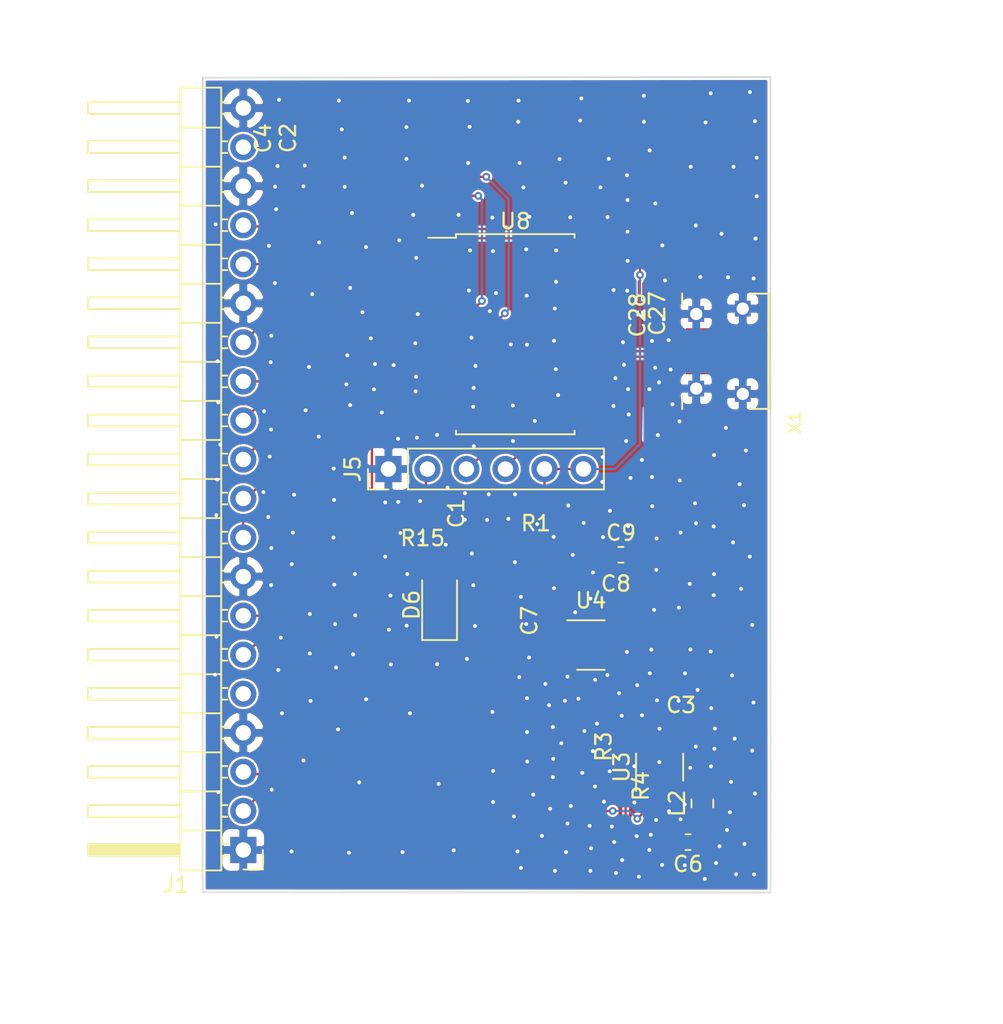
<source format=kicad_pcb>
(kicad_pcb (version 20171130) (host pcbnew 5.1.6+dfsg1-1)
  (layers (0 F.Cu signal) (31 B.Cu signal) (34 B.Paste user) (35 F.Paste user) (36 B.SilkS user) (37 F.SilkS user) (38 B.Mask user) (39 F.Mask user) (44 Edge.Cuts user))
  (net 0 "")
  (net 1 GND)
  (net 2 swd_rst)
  (net 3 +3V3)
  (net 4 +5V)
  (net 5 "Net-(C6-Pad1)")
  (net 6 "Net-(D6-Pad2)")
  (net 7 uart_rx)
  (net 8 uart_tx)
  (net 9 fpga_cdone)
  (net 10 fpga_reset)
  (net 11 spi_ss)
  (net 12 spi_miso)
  (net 13 spi_mosi)
  (net 14 uart_fpga_tx_2)
  (net 15 uart_fpga_rx_2)
  (net 16 "Net-(J1-Pad5)")
  (net 17 nrf_rx)
  (net 18 nrf_tx)
  (net 19 swd_clk)
  (net 20 swd_io)
  (net 21 "Net-(L2-Pad2)")
  (net 22 "Net-(R3-Pad1)")
  (net 23 led_mcu)
  (net 24 "Net-(U4-Pad4)")
  (net 25 "Net-(U8-Pad15)")
  (net 26 "Net-(U8-Pad14)")
  (net 27 "Net-(X1-PadID)")
  (net 28 spi_sck)
  (module kifootp:FCI_10103594_MILL (layer F.Cu) (at 107.88 43.76 90)
    (fp_text reference X1 (at -3.794 1.2419 270) (layer F.SilkS) (effects (font (size 0.77216 0.77216) (thickness 0.138988)) (justify right top)))
    (fp_text value USBFCI_10103594_MILL)
    (pad BASE@2 smd rect (at 0.9625 -1.45 180) (size 2.499993 1.42494) (layers F.Cu F.Paste F.Mask) (net 1 GND))
    (pad BASE@1 smd rect (at -0.9625 -1.45 180) (size 2.499993 1.42494) (layers F.Cu F.Paste F.Mask) (net 1 GND))
    (pad D+ smd rect (at 0 -4.525 90) (size 0.4 1.75) (layers F.Cu F.Paste F.Mask) (net 25 "Net-(U8-Pad15)"))
    (pad ID smd rect (at 0.650012 -4.525 90) (size 0.4 1.75) (layers F.Cu F.Paste F.Mask) (net 27 "Net-(X1-PadID)"))
    (pad D- smd rect (at -0.650012 -4.525 90) (size 0.4 1.75) (layers F.Cu F.Paste F.Mask) (net 26 "Net-(U8-Pad14)"))
    (pad GND smd rect (at 1.3 -4.525 90) (size 0.4 1.75) (layers F.Cu F.Paste F.Mask) (net 1 GND))
    (pad VBUS smd rect (at -1.3 -4.525 90) (size 0.4 1.75) (layers F.Cu F.Paste F.Mask) (net 4 +5V))
    (pad SPRT@1 thru_hole rect (at -2.77495 -1.700021 90) (size 1.016 1.016) (drill 0.8001) (layers *.Cu *.Mask) (net 1 GND))
    (pad SPRT@2 thru_hole rect (at 2.77495 -1.700021 90) (size 1.016 1.016) (drill 0.8001) (layers *.Cu *.Mask) (net 1 GND))
    (pad SPRT@3 thru_hole rect (at -2.4257 -4.729987 90) (size 1.016 1.016) (drill 0.8001) (layers *.Cu *.Mask) (net 1 GND))
    (pad SPRT@4 thru_hole rect (at 2.4257 -4.729987 90) (size 1.016 1.016) (drill 0.8001) (layers *.Cu *.Mask) (net 1 GND))
  )
  (module Package_SO:SOIC-20W_7.5x12.8mm_P1.27mm (layer F.Cu) (at 91.37 42.65)
    (fp_text reference U8 (at 0 -7.35) (layer F.SilkS))
    (fp_text value ATSAMD11D14A-SS)
    (pad 20 smd roundrect (at 4.65 -5.715) (size 2.05 0.6) (layers F.Cu F.Paste F.Mask) (net 13 spi_mosi))
    (pad 19 smd roundrect (at 4.65 -4.445) (size 2.05 0.6) (layers F.Cu F.Paste F.Mask) (net 10 fpga_reset))
    (pad 18 smd roundrect (at 4.65 -3.175) (size 2.05 0.6) (layers F.Cu F.Paste F.Mask) (net 9 fpga_cdone))
    (pad 17 smd roundrect (at 4.65 -1.905) (size 2.05 0.6) (layers F.Cu F.Paste F.Mask) (net 3 +3V3))
    (pad 16 smd roundrect (at 4.65 -0.635) (size 2.05 0.6) (layers F.Cu F.Paste F.Mask) (net 1 GND))
    (pad 15 smd roundrect (at 4.65 0.635) (size 2.05 0.6) (layers F.Cu F.Paste F.Mask) (net 25 "Net-(U8-Pad15)"))
    (pad 14 smd roundrect (at 4.65 1.905) (size 2.05 0.6) (layers F.Cu F.Paste F.Mask) (net 26 "Net-(U8-Pad14)"))
    (pad 13 smd roundrect (at 4.65 3.175) (size 2.05 0.6) (layers F.Cu F.Paste F.Mask) (net 20 swd_io))
    (pad 12 smd roundrect (at 4.65 4.445) (size 2.05 0.6) (layers F.Cu F.Paste F.Mask) (net 19 swd_clk))
    (pad 11 smd roundrect (at 4.65 5.715) (size 2.05 0.6) (layers F.Cu F.Paste F.Mask) (net 2 swd_rst))
    (pad 10 smd roundrect (at -4.65 5.715) (size 2.05 0.6) (layers F.Cu F.Paste F.Mask) (net 18 nrf_tx))
    (pad 9 smd roundrect (at -4.65 4.445) (size 2.05 0.6) (layers F.Cu F.Paste F.Mask) (net 17 nrf_rx))
    (pad 8 smd roundrect (at -4.65 3.175) (size 2.05 0.6) (layers F.Cu F.Paste F.Mask) (net 15 uart_fpga_rx_2))
    (pad 7 smd roundrect (at -4.65 1.905) (size 2.05 0.6) (layers F.Cu F.Paste F.Mask) (net 14 uart_fpga_tx_2))
    (pad 6 smd roundrect (at -4.65 0.635) (size 2.05 0.6) (layers F.Cu F.Paste F.Mask) (net 23 led_mcu))
    (pad 5 smd roundrect (at -4.65 -0.635) (size 2.05 0.6) (layers F.Cu F.Paste F.Mask) (net 7 uart_rx))
    (pad 4 smd roundrect (at -4.65 -1.905) (size 2.05 0.6) (layers F.Cu F.Paste F.Mask) (net 8 uart_tx))
    (pad 3 smd roundrect (at -4.65 -3.175) (size 2.05 0.6) (layers F.Cu F.Paste F.Mask) (net 11 spi_ss))
    (pad 2 smd roundrect (at -4.65 -4.445) (size 2.05 0.6) (layers F.Cu F.Paste F.Mask) (net 12 spi_miso))
    (pad 1 smd roundrect (at -4.65 -5.715) (size 2.05 0.6) (layers F.Cu F.Paste F.Mask) (net 28 spi_sck))
  )
  (module Package_TO_SOT_SMD:SOT-23-5 (layer F.Cu) (at 96.29 62.87)
    (fp_text reference U4 (at 0 -2.9) (layer F.SilkS))
    (fp_text value MAX40200AUK)
    (pad 5 smd rect (at 1.1 -0.95) (size 1.06 0.65) (layers F.Cu F.Paste F.Mask) (net 3 +3V3))
    (pad 4 smd rect (at 1.1 0.95) (size 1.06 0.65) (layers F.Cu F.Paste F.Mask) (net 24 "Net-(U4-Pad4)"))
    (pad 3 smd rect (at -1.1 0.95) (size 1.06 0.65) (layers F.Cu F.Paste F.Mask) (net 5 "Net-(C6-Pad1)"))
    (pad 2 smd rect (at -1.1 0) (size 1.06 0.65) (layers F.Cu F.Paste F.Mask) (net 1 GND))
    (pad 1 smd rect (at -1.1 -0.95) (size 1.06 0.65) (layers F.Cu F.Paste F.Mask) (net 5 "Net-(C6-Pad1)"))
  )
  (module Package_TO_SOT_SMD:TSOT-23-5 (layer F.Cu) (at 100.74 70.81 90)
    (fp_text reference U3 (at 0 -2.45 90) (layer F.SilkS))
    (fp_text value LTC3406ES5)
    (pad 5 smd rect (at 1.31 -0.95 90) (size 1.22 0.65) (layers F.Cu F.Paste F.Mask) (net 22 "Net-(R3-Pad1)"))
    (pad 4 smd rect (at 1.31 0.95 90) (size 1.22 0.65) (layers F.Cu F.Paste F.Mask) (net 4 +5V))
    (pad 3 smd rect (at -1.31 0.95 90) (size 1.22 0.65) (layers F.Cu F.Paste F.Mask) (net 21 "Net-(L2-Pad2)"))
    (pad 2 smd rect (at -1.31 0 90) (size 1.22 0.65) (layers F.Cu F.Paste F.Mask) (net 1 GND))
    (pad 1 smd rect (at -1.31 -0.95 90) (size 1.22 0.65) (layers F.Cu F.Paste F.Mask) (net 4 +5V))
  )
  (module Resistor_SMD:R_0402_1005Metric (layer F.Cu) (at 85.34 57.09)
    (fp_text reference R15 (at 0 -1.17) (layer F.SilkS))
    (fp_text value 10kOhm)
    (pad 2 smd roundrect (at 0.485 0) (size 0.59 0.64) (layers F.Cu F.Paste F.Mask) (net 6 "Net-(D6-Pad2)"))
    (pad 1 smd roundrect (at -0.485 0) (size 0.59 0.64) (layers F.Cu F.Paste F.Mask) (net 23 led_mcu))
  )
  (module Resistor_SMD:R_0402_1005Metric (layer F.Cu) (at 98.38 72.04 270)
    (fp_text reference R4 (at 0 -1.17 90) (layer F.SilkS))
    (fp_text value 450kOhm)
    (pad 2 smd roundrect (at 0.485 0 270) (size 0.59 0.64) (layers F.Cu F.Paste F.Mask) (net 5 "Net-(C6-Pad1)"))
    (pad 1 smd roundrect (at -0.485 0 270) (size 0.59 0.64) (layers F.Cu F.Paste F.Mask) (net 22 "Net-(R3-Pad1)"))
  )
  (module Resistor_SMD:R_0402_1005Metric (layer F.Cu) (at 98.29 69.48 90)
    (fp_text reference R3 (at 0 -1.17 90) (layer F.SilkS))
    (fp_text value 100kOhm)
    (pad 2 smd roundrect (at 0.485 0 90) (size 0.59 0.64) (layers F.Cu F.Paste F.Mask) (net 1 GND))
    (pad 1 smd roundrect (at -0.485 0 90) (size 0.59 0.64) (layers F.Cu F.Paste F.Mask) (net 22 "Net-(R3-Pad1)"))
  )
  (module Resistor_SMD:R_0402_1005Metric (layer F.Cu) (at 92.71 53.78 180)
    (fp_text reference R1 (at 0 -1.17) (layer F.SilkS))
    (fp_text value 10kOhm)
    (pad 2 smd roundrect (at 0.485 0 180) (size 0.59 0.64) (layers F.Cu F.Paste F.Mask) (net 2 swd_rst))
    (pad 1 smd roundrect (at -0.485 0 180) (size 0.59 0.64) (layers F.Cu F.Paste F.Mask) (net 3 +3V3))
  )
  (module Inductor_SMD:L_0805_2012Metric (layer F.Cu) (at 103.55 73.17 90)
    (fp_text reference L2 (at 0 -1.65 90) (layer F.SilkS))
    (fp_text value 2.2uH)
    (pad 2 smd roundrect (at 0.9375 0 90) (size 0.975 1.4) (layers F.Cu F.Paste F.Mask) (net 21 "Net-(L2-Pad2)"))
    (pad 1 smd roundrect (at -0.9375 0 90) (size 0.975 1.4) (layers F.Cu F.Paste F.Mask) (net 5 "Net-(C6-Pad1)"))
  )
  (module Connector_PinHeader_2.54mm:PinHeader_1x06_P2.54mm_Vertical (layer F.Cu) (at 83.11 51.42 90)
    (fp_text reference J5 (at 0 -2.33 90) (layer F.SilkS))
    (fp_text value Conn_01x06_Male)
    (pad 6 thru_hole oval (at 0 12.7 90) (size 1.7 1.7) (drill 1) (layers *.Cu *.Mask) (net 3 +3V3))
    (pad 5 thru_hole oval (at 0 10.16 90) (size 1.7 1.7) (drill 1) (layers *.Cu *.Mask) (net 3 +3V3))
    (pad 4 thru_hole oval (at 0 7.62 90) (size 1.7 1.7) (drill 1) (layers *.Cu *.Mask) (net 19 swd_clk))
    (pad 3 thru_hole oval (at 0 5.08 90) (size 1.7 1.7) (drill 1) (layers *.Cu *.Mask) (net 20 swd_io))
    (pad 2 thru_hole oval (at 0 2.54 90) (size 1.7 1.7) (drill 1) (layers *.Cu *.Mask) (net 2 swd_rst))
    (pad 1 thru_hole rect (at 0 0 90) (size 1.7 1.7) (drill 1) (layers *.Cu *.Mask) (net 1 GND))
  )
  (module Connector_PinHeader_2.54mm:PinHeader_1x20_P2.54mm_Horizontal (layer F.Cu) (at 73.66 76.2 180)
    (fp_text reference J1 (at 4.385 -2.27) (layer F.SilkS))
    (fp_text value Conn_01x20_Female)
    (pad 20 thru_hole oval (at 0 48.26 180) (size 1.7 1.7) (drill 1) (layers *.Cu *.Mask) (net 1 GND))
    (pad 19 thru_hole oval (at 0 45.72 180) (size 1.7 1.7) (drill 1) (layers *.Cu *.Mask) (net 3 +3V3))
    (pad 18 thru_hole oval (at 0 43.18 180) (size 1.7 1.7) (drill 1) (layers *.Cu *.Mask) (net 1 GND))
    (pad 17 thru_hole oval (at 0 40.64 180) (size 1.7 1.7) (drill 1) (layers *.Cu *.Mask) (net 7 uart_rx))
    (pad 16 thru_hole oval (at 0 38.1 180) (size 1.7 1.7) (drill 1) (layers *.Cu *.Mask) (net 8 uart_tx))
    (pad 15 thru_hole oval (at 0 35.56 180) (size 1.7 1.7) (drill 1) (layers *.Cu *.Mask) (net 1 GND))
    (pad 14 thru_hole oval (at 0 33.02 180) (size 1.7 1.7) (drill 1) (layers *.Cu *.Mask) (net 9 fpga_cdone))
    (pad 13 thru_hole oval (at 0 30.48 180) (size 1.7 1.7) (drill 1) (layers *.Cu *.Mask) (net 10 fpga_reset))
    (pad 12 thru_hole oval (at 0 27.94 180) (size 1.7 1.7) (drill 1) (layers *.Cu *.Mask) (net 13 spi_mosi))
    (pad 11 thru_hole oval (at 0 25.4 180) (size 1.7 1.7) (drill 1) (layers *.Cu *.Mask) (net 28 spi_sck))
    (pad 10 thru_hole oval (at 0 22.86 180) (size 1.7 1.7) (drill 1) (layers *.Cu *.Mask) (net 12 spi_miso))
    (pad 9 thru_hole oval (at 0 20.32 180) (size 1.7 1.7) (drill 1) (layers *.Cu *.Mask) (net 11 spi_ss))
    (pad 8 thru_hole oval (at 0 17.78 180) (size 1.7 1.7) (drill 1) (layers *.Cu *.Mask) (net 1 GND))
    (pad 7 thru_hole oval (at 0 15.24 180) (size 1.7 1.7) (drill 1) (layers *.Cu *.Mask) (net 14 uart_fpga_tx_2))
    (pad 6 thru_hole oval (at 0 12.7 180) (size 1.7 1.7) (drill 1) (layers *.Cu *.Mask) (net 15 uart_fpga_rx_2))
    (pad 5 thru_hole oval (at 0 10.16 180) (size 1.7 1.7) (drill 1) (layers *.Cu *.Mask) (net 16 "Net-(J1-Pad5)"))
    (pad 4 thru_hole oval (at 0 7.62 180) (size 1.7 1.7) (drill 1) (layers *.Cu *.Mask) (net 1 GND))
    (pad 3 thru_hole oval (at 0 5.08 180) (size 1.7 1.7) (drill 1) (layers *.Cu *.Mask) (net 17 nrf_rx))
    (pad 2 thru_hole oval (at 0 2.54 180) (size 1.7 1.7) (drill 1) (layers *.Cu *.Mask) (net 18 nrf_tx))
    (pad 1 thru_hole rect (at 0 0 180) (size 1.7 1.7) (drill 1) (layers *.Cu *.Mask) (net 1 GND))
  )
  (module LED_SMD:LED_1206_3216Metric (layer F.Cu) (at 86.44 60.26 90)
    (fp_text reference D6 (at 0 -1.82 90) (layer F.SilkS))
    (fp_text value LED)
    (pad 2 smd roundrect (at 1.4 0 90) (size 1.25 1.75) (layers F.Cu F.Paste F.Mask) (roundrect_rratio 0.2) (net 6 "Net-(D6-Pad2)"))
    (pad 1 smd roundrect (at -1.4 0 90) (size 1.25 1.75) (layers F.Cu F.Paste F.Mask) (roundrect_rratio 0.2) (net 1 GND))
  )
  (module Capacitor_SMD:C_0402_1005Metric (layer F.Cu) (at 98.15 41.405 270)
    (fp_text reference C28 (at 0 -1.17 90) (layer F.SilkS))
    (fp_text value 0.1uF)
    (pad 2 smd roundrect (at 0.485 0 270) (size 0.59 0.64) (layers F.Cu F.Paste F.Mask) (net 1 GND))
    (pad 1 smd roundrect (at -0.485 0 270) (size 0.59 0.64) (layers F.Cu F.Paste F.Mask) (net 3 +3V3))
  )
  (module Capacitor_SMD:C_0402_1005Metric (layer F.Cu) (at 99.44 41.3 270)
    (fp_text reference C27 (at 0 -1.17 90) (layer F.SilkS))
    (fp_text value 4.7uF)
    (pad 2 smd roundrect (at 0.485 0 270) (size 0.59 0.64) (layers F.Cu F.Paste F.Mask) (net 1 GND))
    (pad 1 smd roundrect (at -0.485 0 270) (size 0.59 0.64) (layers F.Cu F.Paste F.Mask) (net 3 +3V3))
  )
  (module Capacitor_SMD:C_0603_1608Metric (layer F.Cu) (at 98.25 57)
    (fp_text reference C9 (at 0 -1.43) (layer F.SilkS))
    (fp_text value 10uF)
    (pad 2 smd roundrect (at 0.7875 0) (size 0.875 0.95) (layers F.Cu F.Paste F.Mask) (net 1 GND))
    (pad 1 smd roundrect (at -0.7875 0) (size 0.875 0.95) (layers F.Cu F.Paste F.Mask) (net 3 +3V3))
  )
  (module Capacitor_SMD:C_0402_1005Metric (layer F.Cu) (at 97.92 60.05)
    (fp_text reference C8 (at 0 -1.17) (layer F.SilkS))
    (fp_text value 0.1uF)
    (pad 2 smd roundrect (at 0.485 0) (size 0.59 0.64) (layers F.Cu F.Paste F.Mask) (net 1 GND))
    (pad 1 smd roundrect (at -0.485 0) (size 0.59 0.64) (layers F.Cu F.Paste F.Mask) (net 3 +3V3))
  )
  (module Capacitor_SMD:C_0402_1005Metric (layer F.Cu) (at 93.46 61.29 90)
    (fp_text reference C7 (at 0 -1.17 90) (layer F.SilkS))
    (fp_text value 0.1uF)
    (pad 2 smd roundrect (at 0.485 0 90) (size 0.59 0.64) (layers F.Cu F.Paste F.Mask) (net 1 GND))
    (pad 1 smd roundrect (at -0.485 0 90) (size 0.59 0.64) (layers F.Cu F.Paste F.Mask) (net 5 "Net-(C6-Pad1)"))
  )
  (module Capacitor_SMD:C_0603_1608Metric (layer F.Cu) (at 102.616 75.692 180)
    (fp_text reference C6 (at 0 -1.43) (layer F.SilkS))
    (fp_text value 10uF)
    (pad 2 smd roundrect (at 0.7875 0 180) (size 0.875 0.95) (layers F.Cu F.Paste F.Mask) (net 1 GND))
    (pad 1 smd roundrect (at -0.7875 0 180) (size 0.875 0.95) (layers F.Cu F.Paste F.Mask) (net 5 "Net-(C6-Pad1)"))
  )
  (module Capacitor_SMD:C_0402_1005Metric (layer F.Cu) (at 76.12 29.91 90)
    (fp_text reference C4 (at 0 -1.17 90) (layer F.SilkS))
    (fp_text value 0.1uF)
    (pad 2 smd roundrect (at 0.485 0 90) (size 0.59 0.64) (layers F.Cu F.Paste F.Mask) (net 1 GND))
    (pad 1 smd roundrect (at -0.485 0 90) (size 0.59 0.64) (layers F.Cu F.Paste F.Mask) (net 3 +3V3))
  )
  (module Capacitor_SMD:C_0402_1005Metric (layer F.Cu) (at 102.16 67.95)
    (fp_text reference C3 (at 0 -1.17) (layer F.SilkS))
    (fp_text value 4.7uF)
    (pad 2 smd roundrect (at 0.485 0) (size 0.59 0.64) (layers F.Cu F.Paste F.Mask) (net 1 GND))
    (pad 1 smd roundrect (at -0.485 0) (size 0.59 0.64) (layers F.Cu F.Paste F.Mask) (net 4 +5V))
  )
  (module Capacitor_SMD:C_0402_1005Metric (layer F.Cu) (at 77.74 29.89 90)
    (fp_text reference C2 (at 0 -1.17 90) (layer F.SilkS))
    (fp_text value 4.7uF)
    (pad 2 smd roundrect (at 0.485 0 90) (size 0.59 0.64) (layers F.Cu F.Paste F.Mask) (net 1 GND))
    (pad 1 smd roundrect (at -0.485 0 90) (size 0.59 0.64) (layers F.Cu F.Paste F.Mask) (net 3 +3V3))
  )
  (module Capacitor_SMD:C_0402_1005Metric (layer F.Cu) (at 86.36 54.3 270)
    (fp_text reference C1 (at 0 -1.17 90) (layer F.SilkS))
    (fp_text value 0.1uF)
    (pad 2 smd roundrect (at 0.485 0 270) (size 0.59 0.64) (layers F.Cu F.Paste F.Mask) (net 1 GND))
    (pad 1 smd roundrect (at -0.485 0 270) (size 0.59 0.64) (layers F.Cu F.Paste F.Mask) (net 2 swd_rst))
  )
  (gr_line (start 107.99 78.97) (end 107.98 25.92) (layer Edge.Cuts) (width 0.1))
  (gr_line (start 107.98 25.92) (end 71.02 25.96) (layer Edge.Cuts) (width 0.1))
  (gr_line (start 71.02 25.96) (end 71.01 78.96) (layer Edge.Cuts) (width 0.1))
  (gr_line (start 71.01 78.96) (end 107.99 78.97) (layer Edge.Cuts) (width 0.1))
  (via (at 75.89 31.71) (size 0.5) (drill 0.25) (layers F.Cu B.Cu) (net 1))
  (via (at 77.66 31.68) (size 0.5) (drill 0.25) (layers F.Cu B.Cu) (net 1))
  (via (at 75.73 33.05) (size 0.5) (drill 0.25) (layers F.Cu B.Cu) (net 1))
  (via (at 77.58 33.03) (size 0.5) (drill 0.25) (layers F.Cu B.Cu) (net 1))
  (via (at 75.8 34.52) (size 0.5) (drill 0.25) (layers F.Cu B.Cu) (net 1))
  (via (at 71.86 35.5) (size 0.5) (drill 0.25) (layers F.Cu B.Cu) (net 1))
  (via (at 75.33 36.9) (size 0.5) (drill 0.25) (layers F.Cu B.Cu) (net 1))
  (via (at 75.71 39.33) (size 0.5) (drill 0.25) (layers F.Cu B.Cu) (net 1))
  (via (at 71.99 44.41) (size 0.5) (drill 0.25) (layers F.Cu B.Cu) (net 1))
  (via (at 72.03 47.09) (size 0.5) (drill 0.25) (layers F.Cu B.Cu) (net 1))
  (via (at 72.16 49.83) (size 0.5) (drill 0.25) (layers F.Cu B.Cu) (net 1))
  (via (at 71.96 52.11) (size 0.5) (drill 0.25) (layers F.Cu B.Cu) (net 1))
  (via (at 71.9 54.42) (size 0.5) (drill 0.25) (layers F.Cu B.Cu) (net 1))
  (via (at 71.92 62.33) (size 0.5) (drill 0.25) (layers F.Cu B.Cu) (net 1))
  (via (at 71.82 64.8) (size 0.5) (drill 0.25) (layers F.Cu B.Cu) (net 1))
  (via (at 72.04 72.44) (size 0.5) (drill 0.25) (layers F.Cu B.Cu) (net 1))
  (via (at 76.8 76.3) (size 0.5) (drill 0.25) (layers F.Cu B.Cu) (net 1))
  (via (at 80.54 76.38) (size 0.5) (drill 0.25) (layers F.Cu B.Cu) (net 1))
  (via (at 84.03 76.34) (size 0.5) (drill 0.25) (layers F.Cu B.Cu) (net 1))
  (via (at 87.36 76.22) (size 0.5) (drill 0.25) (layers F.Cu B.Cu) (net 1))
  (via (at 91.51 76.3) (size 0.5) (drill 0.25) (layers F.Cu B.Cu) (net 1))
  (via (at 94.67 76.34) (size 0.5) (drill 0.25) (layers F.Cu B.Cu) (net 1))
  (via (at 97.92 77.7) (size 0.5) (drill 0.25) (layers F.Cu B.Cu) (net 1))
  (via (at 76.18 67.31) (size 0.5) (drill 0.25) (layers F.Cu B.Cu) (net 1))
  (via (at 75.94 64.49) (size 0.5) (drill 0.25) (layers F.Cu B.Cu) (net 1))
  (via (at 76.1 62.39) (size 0.5) (drill 0.25) (layers F.Cu B.Cu) (net 1))
  (via (at 77.99 60.85) (size 0.5) (drill 0.25) (layers F.Cu B.Cu) (net 1))
  (via (at 77.99 63.42) (size 0.5) (drill 0.25) (layers F.Cu B.Cu) (net 1))
  (via (at 78.04 66.5) (size 0.5) (drill 0.25) (layers F.Cu B.Cu) (net 1))
  (via (at 79.58 58.94) (size 0.5) (drill 0.25) (layers F.Cu B.Cu) (net 1))
  (via (at 79.64 61.51) (size 0.5) (drill 0.25) (layers F.Cu B.Cu) (net 1))
  (via (at 79.7 64.33) (size 0.5) (drill 0.25) (layers F.Cu B.Cu) (net 1))
  (via (at 80.92 58.25) (size 0.5) (drill 0.25) (layers F.Cu B.Cu) (net 1))
  (via (at 80.95 60.94) (size 0.5) (drill 0.25) (layers F.Cu B.Cu) (net 1))
  (via (at 80.81 63.47) (size 0.5) (drill 0.25) (layers F.Cu B.Cu) (net 1))
  (via (at 75.29 54.54) (size 0.5) (drill 0.25) (layers F.Cu B.Cu) (net 1))
  (via (at 75.49 56.56) (size 0.5) (drill 0.25) (layers F.Cu B.Cu) (net 1))
  (via (at 75.47 58.97) (size 0.5) (drill 0.25) (layers F.Cu B.Cu) (net 1))
  (via (at 76.81 57.61) (size 0.5) (drill 0.25) (layers F.Cu B.Cu) (net 1))
  (via (at 76.89 55.55) (size 0.5) (drill 0.25) (layers F.Cu B.Cu) (net 1))
  (via (at 76.97 53.09) (size 0.5) (drill 0.25) (layers F.Cu B.Cu) (net 1))
  (via (at 79.55 51.39) (size 0.5) (drill 0.25) (layers F.Cu B.Cu) (net 1))
  (via (at 79.57 53.43) (size 0.5) (drill 0.25) (layers F.Cu B.Cu) (net 1))
  (via (at 79.53 55.88) (size 0.5) (drill 0.25) (layers F.Cu B.Cu) (net 1))
  (via (at 84.91 45.41) (size 0.5) (drill 0.25) (layers F.Cu B.Cu) (net 1))
  (via (at 84.88 46.37) (size 0.5) (drill 0.25) (layers F.Cu B.Cu) (net 1))
  (via (at 82.68 47.74) (size 0.5) (drill 0.25) (layers F.Cu B.Cu) (net 1))
  (via (at 83.74 49.45) (size 0.5) (drill 0.25) (layers F.Cu B.Cu) (net 1))
  (via (at 86.28 49.2) (size 0.5) (drill 0.25) (layers F.Cu B.Cu) (net 1))
  (via (at 84.96 49.38) (size 0.5) (drill 0.25) (layers F.Cu B.Cu) (net 1))
  (via (at 80.62 47.26) (size 0.5) (drill 0.25) (layers F.Cu B.Cu) (net 1))
  (via (at 74.97 52.92) (size 0.5) (drill 0.25) (layers F.Cu B.Cu) (net 1))
  (via (at 78.57 49.31) (size 0.5) (drill 0.25) (layers F.Cu B.Cu) (net 1))
  (via (at 80.43 44.02) (size 0.5) (drill 0.25) (layers F.Cu B.Cu) (net 1))
  (via (at 81.96 42.92) (size 0.5) (drill 0.25) (layers F.Cu B.Cu) (net 1))
  (via (at 80.37 45.91) (size 0.5) (drill 0.25) (layers F.Cu B.Cu) (net 1))
  (via (at 75.38 50.61) (size 0.5) (drill 0.25) (layers F.Cu B.Cu) (net 1))
  (via (at 75.47 48.85) (size 0.5) (drill 0.25) (layers F.Cu B.Cu) (net 1))
  (via (at 77.72 47.6) (size 0.5) (drill 0.25) (layers F.Cu B.Cu) (net 1))
  (via (at 82.17 46.24) (size 0.5) (drill 0.25) (layers F.Cu B.Cu) (net 1))
  (via (at 82.23 44.59) (size 0.5) (drill 0.25) (layers F.Cu B.Cu) (net 1))
  (via (at 75.51 72.28) (size 0.5) (drill 0.25) (layers F.Cu B.Cu) (net 1))
  (via (at 77.58 70.38) (size 0.5) (drill 0.25) (layers F.Cu B.Cu) (net 1))
  (via (at 79.83 68.36) (size 0.5) (drill 0.25) (layers F.Cu B.Cu) (net 1))
  (via (at 81.66 66.4) (size 0.5) (drill 0.25) (layers F.Cu B.Cu) (net 1))
  (via (at 83.27 64.13) (size 0.5) (drill 0.25) (layers F.Cu B.Cu) (net 1))
  (via (at 83.14 61.87) (size 0.5) (drill 0.25) (layers F.Cu B.Cu) (net 1))
  (via (at 82.9 57.12) (size 0.5) (drill 0.25) (layers F.Cu B.Cu) (net 1))
  (via (at 82.9 53.59) (size 0.5) (drill 0.25) (layers F.Cu B.Cu) (net 1))
  (via (at 83.75 53.56) (size 0.5) (drill 0.25) (layers F.Cu B.Cu) (net 1))
  (via (at 83.24 59.65) (size 0.5) (drill 0.25) (layers F.Cu B.Cu) (net 1))
  (via (at 83.89 55.58) (size 0.5) (drill 0.25) (layers F.Cu B.Cu) (net 1))
  (via (at 84.34 58.25) (size 0.5) (drill 0.25) (layers F.Cu B.Cu) (net 1))
  (via (at 84.29 61.61) (size 0.5) (drill 0.25) (layers F.Cu B.Cu) (net 1))
  (via (at 88.74 61.63) (size 0.5) (drill 0.25) (layers F.Cu B.Cu) (net 1))
  (via (at 88.64 58.98) (size 0.5) (drill 0.25) (layers F.Cu B.Cu) (net 1))
  (via (at 88.22 63.77) (size 0.5) (drill 0.25) (layers F.Cu B.Cu) (net 1))
  (via (at 86.28 64.11) (size 0.5) (drill 0.25) (layers F.Cu B.Cu) (net 1))
  (via (at 88.54 56.92) (size 0.5) (drill 0.25) (layers F.Cu B.Cu) (net 1))
  (via (at 86.84 56.34) (size 0.5) (drill 0.25) (layers F.Cu B.Cu) (net 1))
  (via (at 85.29 56.06) (size 0.5) (drill 0.25) (layers F.Cu B.Cu) (net 1))
  (via (at 85.17 53.51) (size 0.5) (drill 0.25) (layers F.Cu B.Cu) (net 1))
  (via (at 88.09 54.72) (size 0.5) (drill 0.25) (layers F.Cu B.Cu) (net 1))
  (via (at 89.53 54.73) (size 0.5) (drill 0.25) (layers F.Cu B.Cu) (net 1))
  (via (at 90.92 54.66) (size 0.5) (drill 0.25) (layers F.Cu B.Cu) (net 1))
  (via (at 86.96 52.63) (size 0.5) (drill 0.25) (layers F.Cu B.Cu) (net 1))
  (via (at 88.09 53) (size 0.5) (drill 0.25) (layers F.Cu B.Cu) (net 1))
  (via (at 89.64 53.06) (size 0.5) (drill 0.25) (layers F.Cu B.Cu) (net 1))
  (via (at 91.35 53.06) (size 0.5) (drill 0.25) (layers F.Cu B.Cu) (net 1))
  (via (at 88.67 49.93) (size 0.5) (drill 0.25) (layers F.Cu B.Cu) (net 1))
  (via (at 88.63 47.37) (size 0.5) (drill 0.25) (layers F.Cu B.Cu) (net 1))
  (via (at 91.21 47.29) (size 0.5) (drill 0.25) (layers F.Cu B.Cu) (net 1))
  (via (at 91.22 49.6) (size 0.5) (drill 0.25) (layers F.Cu B.Cu) (net 1))
  (via (at 94.16 46.61) (size 0.5) (drill 0.25) (layers F.Cu B.Cu) (net 1))
  (via (at 92.64 48.29) (size 0.5) (drill 0.25) (layers F.Cu B.Cu) (net 1))
  (via (at 92.8 55) (size 0.5) (drill 0.25) (layers F.Cu B.Cu) (net 1))
  (via (at 93.87 55.83) (size 0.5) (drill 0.25) (layers F.Cu B.Cu) (net 1))
  (via (at 95.11 57) (size 0.5) (drill 0.25) (layers F.Cu B.Cu) (net 1))
  (via (at 96.42 58.15) (size 0.5) (drill 0.25) (layers F.Cu B.Cu) (net 1))
  (via (at 96.26 59.85) (size 0.5) (drill 0.25) (layers F.Cu B.Cu) (net 1))
  (via (at 95.27 60.74) (size 0.5) (drill 0.25) (layers F.Cu B.Cu) (net 1))
  (via (at 93.89 59.18) (size 0.5) (drill 0.25) (layers F.Cu B.Cu) (net 1))
  (via (at 91.73 59.73) (size 0.5) (drill 0.25) (layers F.Cu B.Cu) (net 1))
  (via (at 92.08 61.5) (size 0.5) (drill 0.25) (layers F.Cu B.Cu) (net 1))
  (via (at 92.27 63.68) (size 0.5) (drill 0.25) (layers F.Cu B.Cu) (net 1))
  (via (at 93.33 65.4) (size 0.5) (drill 0.25) (layers F.Cu B.Cu) (net 1))
  (via (at 94.6 66.49) (size 0.5) (drill 0.25) (layers F.Cu B.Cu) (net 1))
  (via (at 94.77 64.92) (size 0.5) (drill 0.25) (layers F.Cu B.Cu) (net 1))
  (via (at 93.82 68.2) (size 0.5) (drill 0.25) (layers F.Cu B.Cu) (net 1))
  (via (at 93.84 70.27) (size 0.5) (drill 0.25) (layers F.Cu B.Cu) (net 1))
  (via (at 96.69 67.98) (size 0.5) (drill 0.25) (layers F.Cu B.Cu) (net 1))
  (via (at 96.42 69.77) (size 0.5) (drill 0.25) (layers F.Cu B.Cu) (net 1))
  (via (at 97.52 71.08) (size 0.5) (drill 0.25) (layers F.Cu B.Cu) (net 1))
  (via (at 99.12 70.75) (size 0.5) (drill 0.25) (layers F.Cu B.Cu) (net 1))
  (via (at 99.12 73.11) (size 0.5) (drill 0.25) (layers F.Cu B.Cu) (net 1))
  (via (at 96.57 65.13) (size 0.5) (drill 0.25) (layers F.Cu B.Cu) (net 1))
  (via (at 98.3 67.47) (size 0.5) (drill 0.25) (layers F.Cu B.Cu) (net 1))
  (via (at 99.62 67.44) (size 0.5) (drill 0.25) (layers F.Cu B.Cu) (net 1))
  (via (at 100.76 68.31) (size 0.5) (drill 0.25) (layers F.Cu B.Cu) (net 1))
  (via (at 100.75 70.48) (size 0.5) (drill 0.25) (layers F.Cu B.Cu) (net 1))
  (via (at 102.76 70.86) (size 0.5) (drill 0.25) (layers F.Cu B.Cu) (net 1))
  (via (at 103.12 69.47) (size 0.5) (drill 0.25) (layers F.Cu B.Cu) (net 1))
  (via (at 104.36 68.3) (size 0.5) (drill 0.25) (layers F.Cu B.Cu) (net 1))
  (via (at 104.13 66.98) (size 0.5) (drill 0.25) (layers F.Cu B.Cu) (net 1))
  (via (at 103.24 65.79) (size 0.5) (drill 0.25) (layers F.Cu B.Cu) (net 1))
  (via (at 102 66.5) (size 0.5) (drill 0.25) (layers F.Cu B.Cu) (net 1))
  (via (at 104.33 69.62) (size 0.5) (drill 0.25) (layers F.Cu B.Cu) (net 1))
  (via (at 104.11 70.76) (size 0.5) (drill 0.25) (layers F.Cu B.Cu) (net 1))
  (via (at 105.42 71.77) (size 0.5) (drill 0.25) (layers F.Cu B.Cu) (net 1))
  (via (at 105.34 73.75) (size 0.5) (drill 0.25) (layers F.Cu B.Cu) (net 1))
  (via (at 105.15 74.9) (size 0.5) (drill 0.25) (layers F.Cu B.Cu) (net 1))
  (via (at 104.67 75.96) (size 0.5) (drill 0.25) (layers F.Cu B.Cu) (net 1))
  (via (at 104.44 77.05) (size 0.5) (drill 0.25) (layers F.Cu B.Cu) (net 1))
  (via (at 102.4 77.2) (size 0.5) (drill 0.25) (layers F.Cu B.Cu) (net 1))
  (via (at 100.93 77.17) (size 0.5) (drill 0.25) (layers F.Cu B.Cu) (net 1))
  (via (at 103.71 78.08) (size 0.5) (drill 0.25) (layers F.Cu B.Cu) (net 1))
  (via (at 100.1 76.2) (size 0.5) (drill 0.25) (layers F.Cu B.Cu) (net 1))
  (via (at 99.27 75.3) (size 0.5) (drill 0.25) (layers F.Cu B.Cu) (net 1))
  (via (at 100.54 74.25) (size 0.5) (drill 0.25) (layers F.Cu B.Cu) (net 1))
  (via (at 102.4 73.23) (size 0.5) (drill 0.25) (layers F.Cu B.Cu) (net 1))
  (via (at 102.13 74.21) (size 0.5) (drill 0.25) (layers F.Cu B.Cu) (net 1))
  (via (at 101.38 73.68) (size 0.5) (drill 0.25) (layers F.Cu B.Cu) (net 1))
  (via (at 100.19 75.21) (size 0.5) (drill 0.25) (layers F.Cu B.Cu) (net 1))
  (via (at 97.65 74.68) (size 0.5) (drill 0.25) (layers F.Cu B.Cu) (net 1))
  (via (at 96.56 72.07) (size 0.5) (drill 0.25) (layers F.Cu B.Cu) (net 1))
  (via (at 95.73 71.18) (size 0.5) (drill 0.25) (layers F.Cu B.Cu) (net 1))
  (via (at 96.21 74.63) (size 0.5) (drill 0.25) (layers F.Cu B.Cu) (net 1))
  (via (at 94.77 74.48) (size 0.5) (drill 0.25) (layers F.Cu B.Cu) (net 1))
  (via (at 93.64 73.52) (size 0.5) (drill 0.25) (layers F.Cu B.Cu) (net 1))
  (via (at 93.82 71.46) (size 0.5) (drill 0.25) (layers F.Cu B.Cu) (net 1))
  (via (at 97.81 75.68) (size 0.5) (drill 0.25) (layers F.Cu B.Cu) (net 1))
  (via (at 98.33 76.86) (size 0.5) (drill 0.25) (layers F.Cu B.Cu) (net 1))
  (via (at 94.98 73.34) (size 0.5) (drill 0.25) (layers F.Cu B.Cu) (net 1))
  (via (at 94.37 69.26) (size 0.5) (drill 0.25) (layers F.Cu B.Cu) (net 1))
  (via (at 97.14 73.06) (size 0.5) (drill 0.25) (layers F.Cu B.Cu) (net 1))
  (via (at 92.54 72.6) (size 0.5) (drill 0.25) (layers F.Cu B.Cu) (net 1))
  (via (at 98.13 66.01) (size 0.5) (drill 0.25) (layers F.Cu B.Cu) (net 1))
  (via (at 100.13 64.71) (size 0.5) (drill 0.25) (layers F.Cu B.Cu) (net 1))
  (via (at 100.23 63.17) (size 0.5) (drill 0.25) (layers F.Cu B.Cu) (net 1))
  (via (at 98.63 63.32) (size 0.5) (drill 0.25) (layers F.Cu B.Cu) (net 1))
  (via (at 97.37 64.82) (size 0.5) (drill 0.25) (layers F.Cu B.Cu) (net 1))
  (via (at 100.59 66.47) (size 0.5) (drill 0.25) (layers F.Cu B.Cu) (net 1))
  (via (at 106.92 77.79) (size 0.5) (drill 0.25) (layers F.Cu B.Cu) (net 1))
  (via (at 106.97 72.53) (size 0.5) (drill 0.25) (layers F.Cu B.Cu) (net 1))
  (via (at 106.88 66.61) (size 0.5) (drill 0.25) (layers F.Cu B.Cu) (net 1))
  (via (at 106.8 61.56) (size 0.5) (drill 0.25) (layers F.Cu B.Cu) (net 1))
  (via (at 106.8 69.74) (size 0.5) (drill 0.25) (layers F.Cu B.Cu) (net 1))
  (via (at 105.65 68.96) (size 0.5) (drill 0.25) (layers F.Cu B.Cu) (net 1))
  (via (at 105.49 64.85) (size 0.5) (drill 0.25) (layers F.Cu B.Cu) (net 1))
  (via (at 106.64 57.12) (size 0.5) (drill 0.25) (layers F.Cu B.Cu) (net 1))
  (via (at 102.77 63.16) (size 0.5) (drill 0.25) (layers F.Cu B.Cu) (net 1))
  (via (at 102.73 58.89) (size 0.5) (drill 0.25) (layers F.Cu B.Cu) (net 1))
  (via (at 103.14 54.95) (size 0.5) (drill 0.25) (layers F.Cu B.Cu) (net 1))
  (via (at 104.29 55.15) (size 0.5) (drill 0.25) (layers F.Cu B.Cu) (net 1))
  (via (at 104.29 59.63) (size 0.5) (drill 0.25) (layers F.Cu B.Cu) (net 1))
  (via (at 104.09 63.29) (size 0.5) (drill 0.25) (layers F.Cu B.Cu) (net 1))
  (via (at 105.97 52.41) (size 0.5) (drill 0.25) (layers F.Cu B.Cu) (net 1))
  (via (at 104.31 50.51) (size 0.5) (drill 0.25) (layers F.Cu B.Cu) (net 1))
  (via (at 102.06 48.32) (size 0.5) (drill 0.25) (layers F.Cu B.Cu) (net 1))
  (via (at 105.08 48.74) (size 0.5) (drill 0.25) (layers F.Cu B.Cu) (net 1))
  (via (at 106.38 50.22) (size 0.5) (drill 0.25) (layers F.Cu B.Cu) (net 1))
  (via (at 103.07 53.65) (size 0.5) (drill 0.25) (layers F.Cu B.Cu) (net 1))
  (via (at 106.26 53.77) (size 0.5) (drill 0.25) (layers F.Cu B.Cu) (net 1))
  (via (at 105.55 56.19) (size 0.5) (drill 0.25) (layers F.Cu B.Cu) (net 1))
  (via (at 104.31 58.26) (size 0.5) (drill 0.25) (layers F.Cu B.Cu) (net 1))
  (via (at 106.08 59.21) (size 0.5) (drill 0.25) (layers F.Cu B.Cu) (net 1))
  (via (at 100.41 60.58) (size 0.5) (drill 0.25) (layers F.Cu B.Cu) (net 1))
  (via (at 100.55 57.98) (size 0.5) (drill 0.25) (layers F.Cu B.Cu) (net 1))
  (via (at 100.57 55.94) (size 0.5) (drill 0.25) (layers F.Cu B.Cu) (net 1))
  (via (at 100.29 53.84) (size 0.5) (drill 0.25) (layers F.Cu B.Cu) (net 1))
  (via (at 100.27 51.94) (size 0.5) (drill 0.25) (layers F.Cu B.Cu) (net 1))
  (via (at 102.08 52.16) (size 0.5) (drill 0.25) (layers F.Cu B.Cu) (net 1))
  (via (at 102.13 55.55) (size 0.5) (drill 0.25) (layers F.Cu B.Cu) (net 1))
  (via (at 102.02 60.44) (size 0.5) (drill 0.25) (layers F.Cu B.Cu) (net 1))
  (via (at 100.65 49.22) (size 0.5) (drill 0.25) (layers F.Cu B.Cu) (net 1))
  (via (at 99.61 50.83) (size 0.5) (drill 0.25) (layers F.Cu B.Cu) (net 1))
  (via (at 98.59 49.6) (size 0.5) (drill 0.25) (layers F.Cu B.Cu) (net 1))
  (via (at 97.06 50.64) (size 0.5) (drill 0.25) (layers F.Cu B.Cu) (net 1))
  (via (at 97.04 52.26) (size 0.5) (drill 0.25) (layers F.Cu B.Cu) (net 1))
  (via (at 98.87 52) (size 0.5) (drill 0.25) (layers F.Cu B.Cu) (net 1))
  (via (at 98.75 47.87) (size 0.5) (drill 0.25) (layers F.Cu B.Cu) (net 1))
  (via (at 98.71 46.23) (size 0.5) (drill 0.25) (layers F.Cu B.Cu) (net 1))
  (via (at 97.89 45.51) (size 0.5) (drill 0.25) (layers F.Cu B.Cu) (net 1))
  (via (at 97.76 47.32) (size 0.5) (drill 0.25) (layers F.Cu B.Cu) (net 1))
  (via (at 100.73 45.78) (size 0.5) (drill 0.25) (layers F.Cu B.Cu) (net 1))
  (via (at 101.35 43.04) (size 0.5) (drill 0.25) (layers F.Cu B.Cu) (net 1))
  (via (at 100.27 43.09) (size 0.5) (drill 0.25) (layers F.Cu B.Cu) (net 1))
  (via (at 98.38 43.17) (size 0.5) (drill 0.25) (layers F.Cu B.Cu) (net 1))
  (via (at 94.01 44.93) (size 0.5) (drill 0.25) (layers F.Cu B.Cu) (net 1))
  (via (at 93.89 43.07) (size 0.5) (drill 0.25) (layers F.Cu B.Cu) (net 1))
  (via (at 93.94 40.98) (size 0.5) (drill 0.25) (layers F.Cu B.Cu) (net 1))
  (via (at 94.03 39.24) (size 0.5) (drill 0.25) (layers F.Cu B.Cu) (net 1))
  (via (at 94.03 37.2) (size 0.5) (drill 0.25) (layers F.Cu B.Cu) (net 1))
  (via (at 88.42 37.2) (size 0.5) (drill 0.25) (layers F.Cu B.Cu) (net 1))
  (via (at 88.35 39.81) (size 0.5) (drill 0.25) (layers F.Cu B.Cu) (net 1))
  (via (at 88.52 42.88) (size 0.5) (drill 0.25) (layers F.Cu B.Cu) (net 1))
  (via (at 85.02 41.34) (size 0.5) (drill 0.25) (layers F.Cu B.Cu) (net 1))
  (via (at 84.86 43.24) (size 0.5) (drill 0.25) (layers F.Cu B.Cu) (net 1))
  (via (at 83.45 44.66) (size 0.5) (drill 0.25) (layers F.Cu B.Cu) (net 1))
  (via (at 88.78 44.71) (size 0.5) (drill 0.25) (layers F.Cu B.Cu) (net 1))
  (via (at 88.66 46.14) (size 0.5) (drill 0.25) (layers F.Cu B.Cu) (net 1))
  (via (at 91.08 43.31) (size 0.5) (drill 0.25) (layers F.Cu B.Cu) (net 1))
  (via (at 92.13 43.33) (size 0.5) (drill 0.25) (layers F.Cu B.Cu) (net 1))
  (via (at 89.71 41.15) (size 0.5) (drill 0.25) (layers F.Cu B.Cu) (net 1))
  (via (at 92.11 40.15) (size 0.5) (drill 0.25) (layers F.Cu B.Cu) (net 1))
  (via (at 92.08 37.13) (size 0.5) (drill 0.25) (layers F.Cu B.Cu) (net 1))
  (via (at 89.92 37.25) (size 0.5) (drill 0.25) (layers F.Cu B.Cu) (net 1))
  (via (at 90.11 39.98) (size 0.5) (drill 0.25) (layers F.Cu B.Cu) (net 1))
  (via (at 94.82 53.8) (size 0.5) (drill 0.25) (layers F.Cu B.Cu) (net 1))
  (via (at 95.82 54.92) (size 0.5) (drill 0.25) (layers F.Cu B.Cu) (net 1))
  (via (at 97.08 55.85) (size 0.5) (drill 0.25) (layers F.Cu B.Cu) (net 1))
  (via (at 98.72 55.13) (size 0.5) (drill 0.25) (layers F.Cu B.Cu) (net 1))
  (via (at 97.53 54.14) (size 0.5) (drill 0.25) (layers F.Cu B.Cu) (net 1))
  (via (at 91.34 57.48) (size 0.5) (drill 0.25) (layers F.Cu B.Cu) (net 1))
  (via (at 81.21 71.8) (size 0.5) (drill 0.25) (layers F.Cu B.Cu) (net 1))
  (via (at 86.38 71.9) (size 0.5) (drill 0.25) (layers F.Cu B.Cu) (net 1))
  (via (at 84.51 67.31) (size 0.5) (drill 0.25) (layers F.Cu B.Cu) (net 1))
  (via (at 89.88 67.22) (size 0.5) (drill 0.25) (layers F.Cu B.Cu) (net 1))
  (via (at 89.93 71.06) (size 0.5) (drill 0.25) (layers F.Cu B.Cu) (net 1))
  (via (at 89.93 73.08) (size 0.5) (drill 0.25) (layers F.Cu B.Cu) (net 1))
  (via (at 96.3 76.09) (size 0.5) (drill 0.25) (layers F.Cu B.Cu) (net 1))
  (via (at 96.26 77.56) (size 0.5) (drill 0.25) (layers F.Cu B.Cu) (net 1))
  (via (at 93.95 77.56) (size 0.5) (drill 0.25) (layers F.Cu B.Cu) (net 1))
  (via (at 91.74 77.37) (size 0.5) (drill 0.25) (layers F.Cu B.Cu) (net 1))
  (via (at 93.1 75.28) (size 0.5) (drill 0.25) (layers F.Cu B.Cu) (net 1))
  (via (at 99.42 77.94) (size 0.5) (drill 0.25) (layers F.Cu B.Cu) (net 1))
  (via (at 106.29 75.81) (size 0.5) (drill 0.25) (layers F.Cu B.Cu) (net 1))
  (via (at 105.75 77.78) (size 0.5) (drill 0.25) (layers F.Cu B.Cu) (net 1))
  (via (at 92.15 70.45) (size 0.5) (drill 0.25) (layers F.Cu B.Cu) (net 1))
  (via (at 92.13 68.53) (size 0.5) (drill 0.25) (layers F.Cu B.Cu) (net 1))
  (via (at 92.13 66.33) (size 0.5) (drill 0.25) (layers F.Cu B.Cu) (net 1))
  (via (at 93.57 66.78) (size 0.5) (drill 0.25) (layers F.Cu B.Cu) (net 1))
  (via (at 91.63 64.96) (size 0.5) (drill 0.25) (layers F.Cu B.Cu) (net 1))
  (via (at 91.28 74.02) (size 0.5) (drill 0.25) (layers F.Cu B.Cu) (net 1))
  (via (at 95.87 68.46) (size 0.5) (drill 0.25) (layers F.Cu B.Cu) (net 1))
  (via (at 99.31 65.48) (size 0.5) (drill 0.25) (layers F.Cu B.Cu) (net 1))
  (via (at 102.42 64.71) (size 0.5) (drill 0.25) (layers F.Cu B.Cu) (net 1))
  (via (at 95.48 66.36) (size 0.5) (drill 0.25) (layers F.Cu B.Cu) (net 1))
  (via (at 75.44 44.47) (size 0.5) (drill 0.25) (layers F.Cu B.Cu) (net 1))
  (via (at 75.49 42.75) (size 0.5) (drill 0.25) (layers F.Cu B.Cu) (net 1))
  (via (at 78.15 40.04) (size 0.5) (drill 0.25) (layers F.Cu B.Cu) (net 1))
  (via (at 78.6 36.68) (size 0.5) (drill 0.25) (layers F.Cu B.Cu) (net 1))
  (via (at 81.65 36.98) (size 0.5) (drill 0.25) (layers F.Cu B.Cu) (net 1))
  (via (at 83.82 36.54) (size 0.5) (drill 0.25) (layers F.Cu B.Cu) (net 1))
  (via (at 80.62 39.64) (size 0.5) (drill 0.25) (layers F.Cu B.Cu) (net 1))
  (via (at 80.74 34.77) (size 0.5) (drill 0.25) (layers F.Cu B.Cu) (net 1))
  (via (at 84.73 34.89) (size 0.5) (drill 0.25) (layers F.Cu B.Cu) (net 1))
  (via (at 85.3 32.99) (size 0.5) (drill 0.25) (layers F.Cu B.Cu) (net 1))
  (via (at 80.26 33.06) (size 0.5) (drill 0.25) (layers F.Cu B.Cu) (net 1))
  (via (at 80.26 31.16) (size 0.5) (drill 0.25) (layers F.Cu B.Cu) (net 1))
  (via (at 84.28 31.25) (size 0.5) (drill 0.25) (layers F.Cu B.Cu) (net 1))
  (via (at 88.3 31.51) (size 0.5) (drill 0.25) (layers F.Cu B.Cu) (net 1))
  (via (at 91.65 31.51) (size 0.5) (drill 0.25) (layers F.Cu B.Cu) (net 1))
  (via (at 80.07 29.33) (size 0.5) (drill 0.25) (layers F.Cu B.Cu) (net 1))
  (via (at 84.28 29.18) (size 0.5) (drill 0.25) (layers F.Cu B.Cu) (net 1))
  (via (at 88.4 29.16) (size 0.5) (drill 0.25) (layers F.Cu B.Cu) (net 1))
  (via (at 91.56 28.83) (size 0.5) (drill 0.25) (layers F.Cu B.Cu) (net 1))
  (via (at 75.99 27.4) (size 0.5) (drill 0.25) (layers F.Cu B.Cu) (net 1))
  (via (at 79.88 27.45) (size 0.5) (drill 0.25) (layers F.Cu B.Cu) (net 1))
  (via (at 84.45 27.45) (size 0.5) (drill 0.25) (layers F.Cu B.Cu) (net 1))
  (via (at 88.28 27.47) (size 0.5) (drill 0.25) (layers F.Cu B.Cu) (net 1))
  (via (at 91.58 27.45) (size 0.5) (drill 0.25) (layers F.Cu B.Cu) (net 1))
  (via (at 95.67 27.31) (size 0.5) (drill 0.25) (layers F.Cu B.Cu) (net 1))
  (via (at 99.74 27.14) (size 0.5) (drill 0.25) (layers F.Cu B.Cu) (net 1))
  (via (at 104.09 26.98) (size 0.5) (drill 0.25) (layers F.Cu B.Cu) (net 1))
  (via (at 106.64 26.9) (size 0.5) (drill 0.25) (layers F.Cu B.Cu) (net 1))
  (via (at 95.59 28.75) (size 0.5) (drill 0.25) (layers F.Cu B.Cu) (net 1))
  (via (at 99.74 28.83) (size 0.5) (drill 0.25) (layers F.Cu B.Cu) (net 1))
  (via (at 103.76 28.87) (size 0.5) (drill 0.25) (layers F.Cu B.Cu) (net 1))
  (via (at 106.97 28.79) (size 0.5) (drill 0.25) (layers F.Cu B.Cu) (net 1))
  (via (at 107.09 31.17) (size 0.5) (drill 0.25) (layers F.Cu B.Cu) (net 1))
  (via (at 107.09 33.68) (size 0.5) (drill 0.25) (layers F.Cu B.Cu) (net 1))
  (via (at 107.01 36.43) (size 0.5) (drill 0.25) (layers F.Cu B.Cu) (net 1))
  (via (at 106.89 39.02) (size 0.5) (drill 0.25) (layers F.Cu B.Cu) (net 1))
  (via (at 105.22 38.95) (size 0.5) (drill 0.25) (layers F.Cu B.Cu) (net 1))
  (via (at 103.42 38.93) (size 0.5) (drill 0.25) (layers F.Cu B.Cu) (net 1))
  (via (at 101.12 39.15) (size 0.5) (drill 0.25) (layers F.Cu B.Cu) (net 1))
  (via (at 97.77 39.78) (size 0.5) (drill 0.25) (layers F.Cu B.Cu) (net 1))
  (via (at 98.66 39.82) (size 0.5) (drill 0.25) (layers F.Cu B.Cu) (net 1))
  (via (at 98.68 37.88) (size 0.5) (drill 0.25) (layers F.Cu B.Cu) (net 1))
  (via (at 98.68 35.98) (size 0.5) (drill 0.25) (layers F.Cu B.Cu) (net 1))
  (via (at 98.68 33.92) (size 0.5) (drill 0.25) (layers F.Cu B.Cu) (net 1))
  (via (at 98.64 32.31) (size 0.5) (drill 0.25) (layers F.Cu B.Cu) (net 1))
  (via (at 97.46 31.24) (size 0.5) (drill 0.25) (layers F.Cu B.Cu) (net 1))
  (via (at 94.25 31.26) (size 0.5) (drill 0.25) (layers F.Cu B.Cu) (net 1))
  (via (at 87.68 34.89) (size 0.5) (drill 0.25) (layers F.Cu B.Cu) (net 1))
  (via (at 89.88 35.07) (size 0.5) (drill 0.25) (layers F.Cu B.Cu) (net 1))
  (via (at 92.29 35.01) (size 0.5) (drill 0.25) (layers F.Cu B.Cu) (net 1))
  (via (at 94.95 35.05) (size 0.5) (drill 0.25) (layers F.Cu B.Cu) (net 1))
  (via (at 97.38 35.03) (size 0.5) (drill 0.25) (layers F.Cu B.Cu) (net 1))
  (via (at 91.9 33.1) (size 0.5) (drill 0.25) (layers F.Cu B.Cu) (net 1))
  (via (at 94.65 32.79) (size 0.5) (drill 0.25) (layers F.Cu B.Cu) (net 1))
  (via (at 96.91 33.1) (size 0.5) (drill 0.25) (layers F.Cu B.Cu) (net 1))
  (via (at 101.03 41.69) (size 0.5) (drill 0.25) (layers F.Cu B.Cu) (net 1))
  (via (at 100.94 36.87) (size 0.5) (drill 0.25) (layers F.Cu B.Cu) (net 1))
  (via (at 100.49 34.15) (size 0.5) (drill 0.25) (layers F.Cu B.Cu) (net 1))
  (via (at 100.12 30.69) (size 0.5) (drill 0.25) (layers F.Cu B.Cu) (net 1))
  (via (at 102.79 31.76) (size 0.5) (drill 0.25) (layers F.Cu B.Cu) (net 1))
  (via (at 104.8 36.12) (size 0.5) (drill 0.25) (layers F.Cu B.Cu) (net 1))
  (via (at 105.58 31.76) (size 0.5) (drill 0.25) (layers F.Cu B.Cu) (net 1))
  (via (at 103.12 35.58) (size 0.5) (drill 0.25) (layers F.Cu B.Cu) (net 1))
  (via (at 75.02 47.66) (size 0.5) (drill 0.25) (layers F.Cu B.Cu) (net 1))
  (via (at 77.94 44.78) (size 0.5) (drill 0.25) (layers F.Cu B.Cu) (net 1))
  (via (at 81.42 41.22) (size 0.5) (drill 0.25) (layers F.Cu B.Cu) (net 1))
  (via (at 84.92 37.69) (size 0.5) (drill 0.25) (layers F.Cu B.Cu) (net 1))
  (via (at 101.6 47.21) (size 0.5) (drill 0.25) (layers F.Cu B.Cu) (net 1))
  (via (at 98.44 44.64) (size 0.5) (drill 0.25) (layers F.Cu B.Cu) (net 1))
  (via (at 101.48 44.95) (size 0.5) (drill 0.25) (layers F.Cu B.Cu) (net 1))
  (via (at 100.48 44.83) (size 0.5) (drill 0.25) (layers F.Cu B.Cu) (net 1))
  (via (at 100.1 46.23) (size 0.5) (drill 0.25) (layers F.Cu B.Cu) (net 1))
  (segment (start 96.02 48.365) (end 94.185 48.365) (width 0.15) (layer F.Cu) (net 2))
  (segment (start 94.185 48.365) (end 92.16 50.39) (width 0.15) (layer F.Cu) (net 2))
  (segment (start 92.16 50.39) (end 92.16 53.79) (width 0.15) (layer F.Cu) (net 2))
  (segment (start 92.16 53.79) (end 92.08 53.87) (width 0.15) (layer F.Cu) (net 2))
  (segment (start 92.08 53.87) (end 86.48 53.87) (width 0.15) (layer F.Cu) (net 2))
  (segment (start 86.48 53.87) (end 86.48 53.73) (width 0.15) (layer F.Cu) (net 2))
  (segment (start 86.48 53.73) (end 85.55 52.8) (width 0.15) (layer F.Cu) (net 2))
  (segment (start 85.55 52.8) (end 85.55 51.46) (width 0.15) (layer F.Cu) (net 2))
  (segment (start 93.27 51.42) (end 95.74 51.42) (width 0.15) (layer F.Cu) (net 3))
  (segment (start 95.74 51.42) (end 95.79 51.47) (width 0.15) (layer F.Cu) (net 3))
  (segment (start 95.81 51.42) (end 97.87 51.42) (width 0.15) (layer B.Cu) (net 3))
  (via (at 99.49 38.79) (size 0.5) (drill 0.25) (layers F.Cu B.Cu) (net 3))
  (segment (start 99.49 49.8) (end 99.49 38.79) (width 0.15) (layer B.Cu) (net 3))
  (segment (start 97.87 51.42) (end 99.49 49.8) (width 0.15) (layer B.Cu) (net 3))
  (segment (start 99.49 39.143553) (end 99.41 39.223553) (width 0.15) (layer F.Cu) (net 3))
  (segment (start 99.49 38.79) (end 99.49 39.143553) (width 0.15) (layer F.Cu) (net 3))
  (segment (start 99.41 39.223553) (end 99.41 40.79) (width 0.15) (layer F.Cu) (net 3))
  (segment (start 99.41 40.79) (end 98.23 40.79) (width 0.15) (layer F.Cu) (net 3))
  (segment (start 98.23 40.79) (end 98.14 40.88) (width 0.15) (layer F.Cu) (net 3))
  (segment (start 98.14 40.88) (end 98.06 40.8) (width 0.15) (layer F.Cu) (net 3))
  (segment (start 98.06 40.8) (end 96.13 40.8) (width 0.15) (layer F.Cu) (net 3))
  (segment (start 99.49 38.79) (end 99.49 32.11) (width 0.15) (layer F.Cu) (net 3))
  (segment (start 99.49 32.11) (end 97.79 30.41) (width 0.15) (layer F.Cu) (net 3))
  (segment (start 97.79 30.41) (end 76.08 30.41) (width 0.15) (layer F.Cu) (net 3))
  (segment (start 76.08 30.41) (end 75.94 30.55) (width 0.15) (layer F.Cu) (net 3))
  (segment (start 75.94 30.55) (end 73.72 30.55) (width 0.15) (layer F.Cu) (net 3))
  (segment (start 73.72 30.55) (end 73.7 30.57) (width 0.15) (layer F.Cu) (net 3))
  (segment (start 93.49 53.78) (end 96.69 56.98) (width 0.15) (layer F.Cu) (net 3))
  (segment (start 93.195 53.78) (end 93.49 53.78) (width 0.15) (layer F.Cu) (net 3))
  (segment (start 96.69 56.98) (end 97.26 56.98) (width 0.15) (layer F.Cu) (net 3))
  (segment (start 97.26 56.98) (end 97.45 57.17) (width 0.15) (layer F.Cu) (net 3))
  (segment (start 97.45 57.17) (end 97.45 60.12) (width 0.15) (layer F.Cu) (net 3))
  (segment (start 97.45 60.12) (end 97.45 61.76) (width 0.15) (layer F.Cu) (net 3))
  (segment (start 97.45 61.76) (end 97.31 61.9) (width 0.15) (layer F.Cu) (net 3))
  (segment (start 93.27 51.42) (end 93.27 53.65) (width 0.15) (layer F.Cu) (net 3))
  (segment (start 93.27 53.65) (end 93.17 53.75) (width 0.15) (layer F.Cu) (net 3))
  (via (at 99.314 74.168) (size 0.5) (drill 0.25) (layers F.Cu B.Cu) (net 4))
  (segment (start 99.79 73.692) (end 99.314 74.168) (width 0.15) (layer F.Cu) (net 4))
  (segment (start 99.79 72.12) (end 99.79 73.692) (width 0.15) (layer F.Cu) (net 4))
  (segment (start 99.314 74.168) (end 98.806 73.66) (width 0.15) (layer B.Cu) (net 4))
  (segment (start 98.806 73.66) (end 97.71 73.66) (width 0.15) (layer B.Cu) (net 4))
  (segment (start 101.346 64.008) (end 101.346 67.564) (width 0.15) (layer F.Cu) (net 4))
  (segment (start 101.346 67.564) (end 101.6 67.818) (width 0.15) (layer F.Cu) (net 4))
  (segment (start 101.69 69.5) (end 101.69 67.908) (width 0.15) (layer F.Cu) (net 4))
  (segment (start 101.69 67.908) (end 101.6 67.818) (width 0.15) (layer F.Cu) (net 4))
  (segment (start 101.346 50.986) (end 101.346 64.008) (width 0.15) (layer F.Cu) (net 4))
  (segment (start 99.85 49.49) (end 101.346 50.986) (width 0.15) (layer F.Cu) (net 4))
  (via (at 97.71 73.66) (size 0.5) (drill 0.25) (layers F.Cu B.Cu) (net 4))
  (segment (start 100.992447 64.008) (end 101.346 64.008) (width 0.15) (layer F.Cu) (net 4))
  (segment (start 99.428998 64.008) (end 100.992447 64.008) (width 0.15) (layer F.Cu) (net 4))
  (segment (start 96.852998 66.584) (end 99.428998 64.008) (width 0.15) (layer F.Cu) (net 4))
  (segment (start 96.484 66.584) (end 96.852998 66.584) (width 0.15) (layer F.Cu) (net 4))
  (segment (start 97.356447 73.66) (end 97.71 73.66) (width 0.15) (layer F.Cu) (net 4))
  (segment (start 96.396998 73.66) (end 97.356447 73.66) (width 0.15) (layer F.Cu) (net 4))
  (segment (start 95.069 72.332002) (end 96.396998 73.66) (width 0.15) (layer F.Cu) (net 4))
  (segment (start 95.069 67.999) (end 95.069 72.332002) (width 0.15) (layer F.Cu) (net 4))
  (segment (start 96.484 66.584) (end 95.069 67.999) (width 0.15) (layer F.Cu) (net 4))
  (segment (start 99.89 47.5) (end 99.89 47.61) (width 0.15) (layer F.Cu) (net 4))
  (segment (start 102.33 45.06) (end 99.89 47.5) (width 0.15) (layer F.Cu) (net 4))
  (segment (start 103.355 45.06) (end 102.33 45.06) (width 0.15) (layer F.Cu) (net 4))
  (segment (start 99.89 47.61) (end 99.85 49.49) (width 0.15) (layer F.Cu) (net 4))
  (segment (start 95.19 61.92) (end 93.54 61.92) (width 0.15) (layer F.Cu) (net 5))
  (segment (start 93.54 61.92) (end 93.43 61.81) (width 0.15) (layer F.Cu) (net 5))
  (segment (start 93.43 61.81) (end 93.11 62.13) (width 0.15) (layer F.Cu) (net 5))
  (segment (start 93.11 62.13) (end 93.11 63.98) (width 0.15) (layer F.Cu) (net 5))
  (segment (start 93.11 63.98) (end 93.18 64.05) (width 0.15) (layer F.Cu) (net 5))
  (segment (start 93.18 64.05) (end 95.19 64.05) (width 0.15) (layer F.Cu) (net 5))
  (segment (start 103.55 74.595) (end 103.378 74.767) (width 0.15) (layer F.Cu) (net 5))
  (segment (start 103.55 74.1075) (end 103.55 74.595) (width 0.15) (layer F.Cu) (net 5))
  (segment (start 103.378 74.767) (end 103.378 75.692) (width 0.15) (layer F.Cu) (net 5))
  (segment (start 98.38 72.82) (end 98.552 72.992) (width 0.15) (layer F.Cu) (net 5))
  (segment (start 98.38 72.525) (end 98.38 72.82) (width 0.15) (layer F.Cu) (net 5))
  (segment (start 98.552 75.946) (end 100.584 77.978) (width 0.15) (layer F.Cu) (net 5))
  (segment (start 100.584 77.978) (end 102.616 77.978) (width 0.15) (layer F.Cu) (net 5))
  (segment (start 102.616 77.978) (end 103.378 77.216) (width 0.15) (layer F.Cu) (net 5))
  (segment (start 103.378 77.216) (end 103.378 75.692) (width 0.15) (layer F.Cu) (net 5))
  (segment (start 98.084999 75.204999) (end 98.55 75.67) (width 0.15) (layer F.Cu) (net 5))
  (segment (start 95.014999 74.004999) (end 95.734999 74.724999) (width 0.15) (layer F.Cu) (net 5))
  (segment (start 92.854999 72.031997) (end 94.828001 74.004999) (width 0.15) (layer F.Cu) (net 5))
  (segment (start 92.854999 65.171999) (end 92.854999 72.031997) (width 0.15) (layer F.Cu) (net 5))
  (segment (start 95.734999 74.858001) (end 96.081997 75.204999) (width 0.15) (layer F.Cu) (net 5))
  (segment (start 94.828001 74.004999) (end 95.014999 74.004999) (width 0.15) (layer F.Cu) (net 5))
  (segment (start 94.206998 63.82) (end 92.854999 65.171999) (width 0.15) (layer F.Cu) (net 5))
  (segment (start 95.734999 74.724999) (end 95.734999 74.858001) (width 0.15) (layer F.Cu) (net 5))
  (segment (start 95.19 63.82) (end 94.206998 63.82) (width 0.15) (layer F.Cu) (net 5))
  (segment (start 98.55 75.67) (end 98.552 75.946) (width 0.15) (layer F.Cu) (net 5))
  (segment (start 96.081997 75.204999) (end 98.084999 75.204999) (width 0.15) (layer F.Cu) (net 5))
  (segment (start 98.552 72.992) (end 98.55 75.67) (width 0.15) (layer F.Cu) (net 5))
  (segment (start 85.825 57.41) (end 86.54 58.125) (width 0.15) (layer F.Cu) (net 6))
  (segment (start 85.825 57.09) (end 85.825 57.41) (width 0.15) (layer F.Cu) (net 6))
  (segment (start 86.54 58.125) (end 86.54 58.85) (width 0.15) (layer F.Cu) (net 6))
  (segment (start 86.72 42.015) (end 89.965 42.015) (width 0.15) (layer F.Cu) (net 7))
  (via (at 90.69 41.29) (size 0.5) (drill 0.25) (layers F.Cu B.Cu) (net 7))
  (segment (start 89.965 42.015) (end 90.69 41.29) (width 0.15) (layer F.Cu) (net 7))
  (segment (start 90.939999 41.040001) (end 90.939999 33.869999) (width 0.15) (layer B.Cu) (net 7))
  (segment (start 90.69 41.29) (end 90.939999 41.040001) (width 0.15) (layer B.Cu) (net 7))
  (via (at 89.48 32.41) (size 0.5) (drill 0.25) (layers F.Cu B.Cu) (net 7))
  (segment (start 90.939999 33.869999) (end 89.48 32.41) (width 0.15) (layer B.Cu) (net 7))
  (segment (start 89.48 32.41) (end 79.88 32.41) (width 0.15) (layer F.Cu) (net 7))
  (segment (start 79.88 32.41) (end 76.65 35.64) (width 0.15) (layer F.Cu) (net 7))
  (segment (start 76.65 35.64) (end 73.71 35.64) (width 0.15) (layer F.Cu) (net 7))
  (via (at 89.2 40.49) (size 0.5) (drill 0.25) (layers F.Cu B.Cu) (net 8))
  (segment (start 88.945 40.745) (end 89.2 40.49) (width 0.15) (layer F.Cu) (net 8))
  (segment (start 86.72 40.745) (end 88.945 40.745) (width 0.15) (layer F.Cu) (net 8))
  (via (at 88.96 33.65) (size 0.5) (drill 0.25) (layers F.Cu B.Cu) (net 8))
  (segment (start 89.2 33.89) (end 88.96 33.65) (width 0.15) (layer B.Cu) (net 8))
  (segment (start 89.2 40.49) (end 89.2 33.89) (width 0.15) (layer B.Cu) (net 8))
  (segment (start 88.96 33.65) (end 80.15 33.65) (width 0.15) (layer F.Cu) (net 8))
  (segment (start 80.15 33.65) (end 75.71 38.09) (width 0.15) (layer F.Cu) (net 8))
  (segment (start 75.71 38.09) (end 73.65 38.09) (width 0.15) (layer F.Cu) (net 8))
  (segment (start 97.050336 38.73001) (end 97.04999 38.73001) (width 0.15) (layer F.Cu) (net 9))
  (segment (start 97.27001 38.510336) (end 97.050336 38.73001) (width 0.15) (layer F.Cu) (net 9))
  (segment (start 97.27001 38.50999) (end 97.27001 38.510336) (width 0.15) (layer F.Cu) (net 9))
  (segment (start 97.57002 38.20998) (end 97.27001 38.50999) (width 0.15) (layer F.Cu) (net 9))
  (segment (start 97.57002 36.505396) (end 97.57002 38.20998) (width 0.15) (layer F.Cu) (net 9))
  (segment (start 96.874595 35.809971) (end 97.57002 36.505396) (width 0.15) (layer F.Cu) (net 9))
  (segment (start 81.03003 35.80997) (end 96.874595 35.809971) (width 0.15) (layer F.Cu) (net 9))
  (segment (start 73.66 43.18) (end 81.03003 35.80997) (width 0.15) (layer F.Cu) (net 9))
  (segment (start 97.04999 38.73001) (end 96.27 39.51) (width 0.15) (layer F.Cu) (net 9))
  (segment (start 97.27001 37.240336) (end 96.280346 38.23) (width 0.15) (layer F.Cu) (net 10))
  (segment (start 97.27001 36.629664) (end 97.27001 37.240336) (width 0.15) (layer F.Cu) (net 10))
  (segment (start 85.385742 36.10998) (end 96.750326 36.10998) (width 0.15) (layer F.Cu) (net 10))
  (segment (start 75.775722 45.72) (end 85.385742 36.10998) (width 0.15) (layer F.Cu) (net 10))
  (segment (start 96.750326 36.10998) (end 97.27001 36.629664) (width 0.15) (layer F.Cu) (net 10))
  (segment (start 73.66 45.72) (end 75.775722 45.72) (width 0.15) (layer F.Cu) (net 10))
  (segment (start 96.280346 38.23) (end 96.03 38.23) (width 0.15) (layer F.Cu) (net 10))
  (segment (start 85.51001 36.40999) (end 95.15999 36.40999) (width 0.15) (layer F.Cu) (net 13))
  (segment (start 73.66 48.26) (end 85.51001 36.40999) (width 0.15) (layer F.Cu) (net 13))
  (segment (start 95.15999 36.40999) (end 95.67 36.92) (width 0.15) (layer F.Cu) (net 13))
  (segment (start 74.509999 49.001003) (end 78.67 44.841002) (width 0.15) (layer F.Cu) (net 28))
  (segment (start 74.509999 49.950001) (end 74.509999 49.001003) (width 0.15) (layer F.Cu) (net 28))
  (segment (start 73.66 50.8) (end 74.509999 49.950001) (width 0.15) (layer F.Cu) (net 28))
  (segment (start 78.67 44.699654) (end 86.36 37.009654) (width 0.15) (layer F.Cu) (net 28))
  (segment (start 78.67 44.841002) (end 78.67 44.699654) (width 0.15) (layer F.Cu) (net 28))
  (segment (start 86.36 37.009654) (end 86.36 36.97) (width 0.15) (layer F.Cu) (net 28))
  (segment (start 81.09 44.395376) (end 81.03999 44.445386) (width 0.15) (layer F.Cu) (net 12))
  (segment (start 81.09 42.81) (end 81.09 44.395376) (width 0.15) (layer F.Cu) (net 12))
  (segment (start 85.695 38.205) (end 81.09 42.81) (width 0.15) (layer F.Cu) (net 12))
  (segment (start 86.72 38.205) (end 85.695 38.205) (width 0.15) (layer F.Cu) (net 12))
  (segment (start 81.03999 44.445386) (end 81.03999 46.16001) (width 0.15) (layer F.Cu) (net 12))
  (segment (start 81.03999 46.16001) (end 73.74 53.46) (width 0.15) (layer F.Cu) (net 12))
  (segment (start 74.176001 54.415001) (end 81.34 47.251002) (width 0.15) (layer F.Cu) (net 11))
  (segment (start 73.66 54.415001) (end 74.176001 54.415001) (width 0.15) (layer F.Cu) (net 11))
  (segment (start 73.66 55.88) (end 73.66 54.415001) (width 0.15) (layer F.Cu) (net 11))
  (segment (start 81.34 44.569654) (end 83.09 42.819654) (width 0.15) (layer F.Cu) (net 11))
  (segment (start 81.34 47.251002) (end 81.34 44.569654) (width 0.15) (layer F.Cu) (net 11))
  (segment (start 83.09 42.819654) (end 83.09 42.16) (width 0.15) (layer F.Cu) (net 11))
  (segment (start 83.09 42.16) (end 85.83 39.42) (width 0.15) (layer F.Cu) (net 11))
  (segment (start 74.862081 60.96) (end 78.31 57.512081) (width 0.15) (layer F.Cu) (net 14))
  (segment (start 73.66 60.96) (end 74.862081 60.96) (width 0.15) (layer F.Cu) (net 14))
  (segment (start 78.31 51.3) (end 85.04 44.57) (width 0.15) (layer F.Cu) (net 14))
  (segment (start 78.31 57.512081) (end 78.31 51.3) (width 0.15) (layer F.Cu) (net 14))
  (segment (start 85.04 44.57) (end 86.73 44.57) (width 0.15) (layer F.Cu) (net 14))
  (segment (start 85.32501 47.09499) (end 84.126453 47.094991) (width 0.15) (layer F.Cu) (net 15))
  (segment (start 84.126453 47.094991) (end 80.71 50.511444) (width 0.15) (layer F.Cu) (net 15))
  (segment (start 85.46999 46.95001) (end 85.32501 47.09499) (width 0.15) (layer F.Cu) (net 15))
  (segment (start 85.46999 46.789664) (end 85.46999 46.95001) (width 0.15) (layer F.Cu) (net 15))
  (segment (start 85.689664 46.56999) (end 85.46999 46.789664) (width 0.15) (layer F.Cu) (net 15))
  (segment (start 85.97501 46.56999) (end 85.689664 46.56999) (width 0.15) (layer F.Cu) (net 15))
  (segment (start 86.72 45.825) (end 85.97501 46.56999) (width 0.15) (layer F.Cu) (net 15))
  (segment (start 80.71 50.511444) (end 80.71 56.56) (width 0.15) (layer F.Cu) (net 15))
  (segment (start 80.71 56.56) (end 73.66 63.61) (width 0.15) (layer F.Cu) (net 15))
  (segment (start 81.66 49.985722) (end 81.66 64.286724) (width 0.15) (layer F.Cu) (net 17))
  (segment (start 84.250722 47.395) (end 81.66 49.985722) (width 0.15) (layer F.Cu) (net 17))
  (segment (start 86.42 47.395) (end 84.250722 47.395) (width 0.15) (layer F.Cu) (net 17))
  (segment (start 86.72 47.095) (end 86.42 47.395) (width 0.15) (layer F.Cu) (net 17))
  (segment (start 81.66 64.286724) (end 74.676724 71.27) (width 0.15) (layer F.Cu) (net 17))
  (segment (start 74.676724 71.27) (end 73.68 71.27) (width 0.15) (layer F.Cu) (net 17))
  (segment (start 82.034999 50.035001) (end 83.71 48.36) (width 0.15) (layer F.Cu) (net 18))
  (segment (start 82.034999 64.336003) (end 82.034999 50.035001) (width 0.15) (layer F.Cu) (net 18))
  (segment (start 74.509999 71.861003) (end 82.034999 64.336003) (width 0.15) (layer F.Cu) (net 18))
  (segment (start 74.509999 72.810001) (end 74.509999 71.861003) (width 0.15) (layer F.Cu) (net 18))
  (segment (start 73.66 73.66) (end 74.509999 72.810001) (width 0.15) (layer F.Cu) (net 18))
  (segment (start 83.71 48.36) (end 86.16 48.36) (width 0.15) (layer F.Cu) (net 18))
  (segment (start 96.02 47.095) (end 94.955 47.095) (width 0.15) (layer F.Cu) (net 19))
  (segment (start 94.955 47.095) (end 90.73 51.32) (width 0.15) (layer F.Cu) (net 19))
  (segment (start 96.02 45.825) (end 93.875 45.825) (width 0.15) (layer F.Cu) (net 20))
  (segment (start 93.875 45.825) (end 88.21 51.49) (width 0.15) (layer F.Cu) (net 20))
  (segment (start 101.69 72.12) (end 103.108 72.12) (width 0.15) (layer F.Cu) (net 21))
  (segment (start 103.108 72.12) (end 103.378 72.39) (width 0.15) (layer F.Cu) (net 21))
  (segment (start 98.38 71.26) (end 98.37 71.25) (width 0.15) (layer F.Cu) (net 22))
  (segment (start 98.38 71.555) (end 98.38 71.26) (width 0.15) (layer F.Cu) (net 22))
  (segment (start 98.37 71.25) (end 98.37 70.01) (width 0.15) (layer F.Cu) (net 22))
  (segment (start 98.37 70.01) (end 99.59 70.01) (width 0.15) (layer F.Cu) (net 22))
  (segment (start 99.59 70.01) (end 99.78 69.82) (width 0.15) (layer F.Cu) (net 22))
  (segment (start 84.574999 50.903999) (end 84.574999 56.814999) (width 0.15) (layer F.Cu) (net 23))
  (segment (start 85.133999 50.344999) (end 84.574999 50.903999) (width 0.15) (layer F.Cu) (net 23))
  (segment (start 86.225001 50.344999) (end 85.133999 50.344999) (width 0.15) (layer F.Cu) (net 23))
  (segment (start 87.67999 48.89001) (end 86.225001 50.344999) (width 0.15) (layer F.Cu) (net 23))
  (segment (start 87.97001 48.670336) (end 87.750336 48.89001) (width 0.15) (layer F.Cu) (net 23))
  (segment (start 87.97001 48.059664) (end 87.97001 48.670336) (width 0.15) (layer F.Cu) (net 23))
  (segment (start 87.96 47.410346) (end 87.96 48.049654) (width 0.15) (layer F.Cu) (net 23))
  (segment (start 86.72 43.285) (end 87.46499 44.02999) (width 0.15) (layer F.Cu) (net 23))
  (segment (start 87.46499 44.02999) (end 87.750336 44.02999) (width 0.15) (layer F.Cu) (net 23))
  (segment (start 87.97001 44.860336) (end 87.96 44.870346) (width 0.15) (layer F.Cu) (net 23))
  (segment (start 87.96 44.870346) (end 87.96 45.509654) (width 0.15) (layer F.Cu) (net 23))
  (segment (start 87.97001 47.400336) (end 87.96 47.410346) (width 0.15) (layer F.Cu) (net 23))
  (segment (start 87.96 45.509654) (end 87.97001 45.519664) (width 0.15) (layer F.Cu) (net 23))
  (segment (start 87.96 46.779654) (end 87.97001 46.789664) (width 0.15) (layer F.Cu) (net 23))
  (segment (start 87.750336 44.02999) (end 87.97001 44.249664) (width 0.15) (layer F.Cu) (net 23))
  (segment (start 87.97001 46.789664) (end 87.97001 47.400336) (width 0.15) (layer F.Cu) (net 23))
  (segment (start 87.97001 44.249664) (end 87.97001 44.860336) (width 0.15) (layer F.Cu) (net 23))
  (segment (start 87.97001 45.519664) (end 87.97001 46.130336) (width 0.15) (layer F.Cu) (net 23))
  (segment (start 87.750336 48.89001) (end 87.67999 48.89001) (width 0.15) (layer F.Cu) (net 23))
  (segment (start 87.97001 46.130336) (end 87.96 46.140346) (width 0.15) (layer F.Cu) (net 23))
  (segment (start 87.96 48.049654) (end 87.97001 48.059664) (width 0.15) (layer F.Cu) (net 23))
  (segment (start 87.96 46.140346) (end 87.96 46.779654) (width 0.15) (layer F.Cu) (net 23))
  (segment (start 84.574999 56.814999) (end 84.83 57.07) (width 0.15) (layer F.Cu) (net 23))
  (segment (start 103.355 43.76) (end 97.9 43.76) (width 0.15) (layer F.Cu) (net 25))
  (segment (start 97.9 43.76) (end 97.43 43.29) (width 0.15) (layer F.Cu) (net 25))
  (segment (start 97.43 43.29) (end 96.17 43.29) (width 0.15) (layer F.Cu) (net 25))
  (segment (start 96.02 44.555) (end 97.305 44.555) (width 0.15) (layer F.Cu) (net 26))
  (segment (start 97.305 44.555) (end 97.75 44.11) (width 0.15) (layer F.Cu) (net 26))
  (segment (start 97.75 44.11) (end 101.57 44.11) (width 0.15) (layer F.Cu) (net 26))
  (segment (start 101.57 44.11) (end 101.85 44.39) (width 0.15) (layer F.Cu) (net 26))
  (segment (start 101.85 44.39) (end 102.75 44.39) (width 0.15) (layer F.Cu) (net 26))
  (zone (net 1) (net_name GND) (layer F.Cu) (connect_pads (clearance 0.15)) (min_thickness 0.15) (fill yes (arc_segments 32) (thermal_gap 0.508) (thermal_bridge_width 0.508))
    (polygon (pts (xy 115.57 24.36) (xy 115.46 83.51) (xy 62.35 84.06) (xy 63.54 23.77)))
  )
  (zone (net 1) (net_name GND) (layer B.Cu) (connect_pads (clearance 0.15)) (min_thickness 0.15) (fill yes (arc_segments 32) (thermal_gap 0.508) (thermal_bridge_width 0.508))
    (polygon (pts (xy 123.13 86.7) (xy 57.82 87.51) (xy 59 21.77) (xy 122.59 20.91)))
  )
)
</source>
